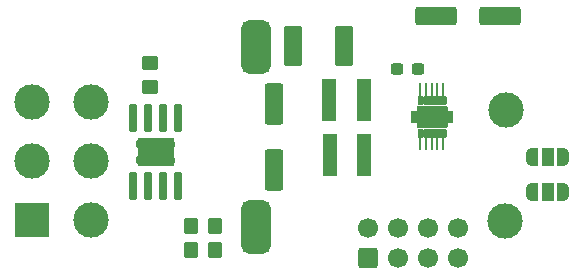
<source format=gbr>
%TF.GenerationSoftware,KiCad,Pcbnew,(6.0.9-0)*%
%TF.CreationDate,2022-12-01T16:18:30+01:00*%
%TF.ProjectId,Hlabs motor cotrol,486c6162-7320-46d6-9f74-6f7220636f74,rev?*%
%TF.SameCoordinates,Original*%
%TF.FileFunction,Soldermask,Top*%
%TF.FilePolarity,Negative*%
%FSLAX46Y46*%
G04 Gerber Fmt 4.6, Leading zero omitted, Abs format (unit mm)*
G04 Created by KiCad (PCBNEW (6.0.9-0)) date 2022-12-01 16:18:30*
%MOMM*%
%LPD*%
G01*
G04 APERTURE LIST*
G04 Aperture macros list*
%AMRoundRect*
0 Rectangle with rounded corners*
0 $1 Rounding radius*
0 $2 $3 $4 $5 $6 $7 $8 $9 X,Y pos of 4 corners*
0 Add a 4 corners polygon primitive as box body*
4,1,4,$2,$3,$4,$5,$6,$7,$8,$9,$2,$3,0*
0 Add four circle primitives for the rounded corners*
1,1,$1+$1,$2,$3*
1,1,$1+$1,$4,$5*
1,1,$1+$1,$6,$7*
1,1,$1+$1,$8,$9*
0 Add four rect primitives between the rounded corners*
20,1,$1+$1,$2,$3,$4,$5,0*
20,1,$1+$1,$4,$5,$6,$7,0*
20,1,$1+$1,$6,$7,$8,$9,0*
20,1,$1+$1,$8,$9,$2,$3,0*%
%AMFreePoly0*
4,1,22,0.550000,-0.750000,0.000000,-0.750000,0.000000,-0.745033,-0.079941,-0.743568,-0.215256,-0.701293,-0.333266,-0.622738,-0.424486,-0.514219,-0.481581,-0.384460,-0.499164,-0.250000,-0.500000,-0.250000,-0.500000,0.250000,-0.499164,0.250000,-0.499963,0.256109,-0.478152,0.396186,-0.417904,0.524511,-0.324060,0.630769,-0.204165,0.706417,-0.067858,0.745374,0.000000,0.744959,0.000000,0.750000,
0.550000,0.750000,0.550000,-0.750000,0.550000,-0.750000,$1*%
%AMFreePoly1*
4,1,20,0.000000,0.744959,0.073905,0.744508,0.209726,0.703889,0.328688,0.626782,0.421226,0.519385,0.479903,0.390333,0.500000,0.250000,0.500000,-0.250000,0.499851,-0.262216,0.476331,-0.402017,0.414519,-0.529596,0.319384,-0.634700,0.198574,-0.708877,0.061801,-0.746166,0.000000,-0.745033,0.000000,-0.750000,-0.550000,-0.750000,-0.550000,0.750000,0.000000,0.750000,0.000000,0.744959,
0.000000,0.744959,$1*%
G04 Aperture macros list end*
%ADD10C,0.010000*%
%ADD11C,0.100000*%
%ADD12RoundRect,0.250000X0.450000X-0.350000X0.450000X0.350000X-0.450000X0.350000X-0.450000X-0.350000X0*%
%ADD13FreePoly0,0.000000*%
%ADD14R,1.000000X1.500000*%
%ADD15FreePoly1,0.000000*%
%ADD16RoundRect,0.250000X0.537500X1.450000X-0.537500X1.450000X-0.537500X-1.450000X0.537500X-1.450000X0*%
%ADD17RoundRect,0.250000X-1.500000X-0.550000X1.500000X-0.550000X1.500000X0.550000X-1.500000X0.550000X0*%
%ADD18RoundRect,0.250000X-0.350000X-0.450000X0.350000X-0.450000X0.350000X0.450000X-0.350000X0.450000X0*%
%ADD19RoundRect,0.237500X0.300000X0.237500X-0.300000X0.237500X-0.300000X-0.237500X0.300000X-0.237500X0*%
%ADD20R,0.270000X1.399999*%
%ADD21C,0.508000*%
%ADD22RoundRect,0.250000X0.350000X0.450000X-0.350000X0.450000X-0.350000X-0.450000X0.350000X-0.450000X0*%
%ADD23RoundRect,0.250000X0.600000X-0.600000X0.600000X0.600000X-0.600000X0.600000X-0.600000X-0.600000X0*%
%ADD24C,1.700000*%
%ADD25R,3.100000X2.400000*%
%ADD26RoundRect,0.070000X0.250000X-1.100000X0.250000X1.100000X-0.250000X1.100000X-0.250000X-1.100000X0*%
%ADD27C,0.770000*%
%ADD28RoundRect,0.250000X-0.550000X1.500000X-0.550000X-1.500000X0.550000X-1.500000X0.550000X1.500000X0*%
%ADD29R,1.150000X3.600000*%
%ADD30R,3.000000X3.000000*%
%ADD31C,3.000000*%
%ADD32RoundRect,0.625000X-0.625000X1.625000X-0.625000X-1.625000X0.625000X-1.625000X0.625000X1.625000X0*%
G04 APERTURE END LIST*
%TO.C,REF\u002A\u002A*%
G36*
X112945937Y-126265483D02*
G01*
X112951937Y-126265483D01*
X112957937Y-126267483D01*
X112963937Y-126268483D01*
X112981937Y-126274483D01*
X112986937Y-126277483D01*
X112992937Y-126280483D01*
X112997937Y-126283483D01*
X113003937Y-126287483D01*
X113008937Y-126291483D01*
X113012937Y-126295483D01*
X113017937Y-126299483D01*
X113021937Y-126304483D01*
X113025937Y-126308483D01*
X113029937Y-126313483D01*
X113033937Y-126319483D01*
X113036937Y-126324483D01*
X113039937Y-126330483D01*
X113042937Y-126335483D01*
X113048937Y-126353483D01*
X113049937Y-126359483D01*
X113051937Y-126365483D01*
X113051937Y-126371483D01*
X113052937Y-126378483D01*
X113052937Y-126890483D01*
X113051937Y-126897483D01*
X113051937Y-126903483D01*
X113049937Y-126909483D01*
X113048937Y-126915483D01*
X113042937Y-126933483D01*
X113039937Y-126938483D01*
X113036937Y-126944483D01*
X113033937Y-126949483D01*
X113029937Y-126955483D01*
X113025937Y-126960483D01*
X113021937Y-126964483D01*
X113017937Y-126969483D01*
X113012937Y-126973483D01*
X113008937Y-126977483D01*
X113003937Y-126981483D01*
X112997937Y-126985483D01*
X112992937Y-126988483D01*
X112986937Y-126991483D01*
X112981937Y-126994483D01*
X112963937Y-127000483D01*
X112957937Y-127001483D01*
X112951937Y-127003483D01*
X112945937Y-127003483D01*
X112938937Y-127004483D01*
X112786937Y-127004483D01*
X112779937Y-127003483D01*
X112773937Y-127003483D01*
X112767937Y-127001483D01*
X112761937Y-127000483D01*
X112743937Y-126994483D01*
X112738937Y-126991483D01*
X112732937Y-126988483D01*
X112727937Y-126985483D01*
X112721937Y-126981483D01*
X112716937Y-126977483D01*
X112712937Y-126973483D01*
X112707937Y-126969483D01*
X112703937Y-126964483D01*
X112699937Y-126960483D01*
X112695937Y-126955483D01*
X112691937Y-126949483D01*
X112688937Y-126944483D01*
X112685937Y-126938483D01*
X112682937Y-126933483D01*
X112676937Y-126915483D01*
X112675937Y-126909483D01*
X112673937Y-126903483D01*
X112673937Y-126897483D01*
X112672937Y-126890483D01*
X112672937Y-126378483D01*
X112673937Y-126371483D01*
X112673937Y-126365483D01*
X112675937Y-126359483D01*
X112676937Y-126353483D01*
X112682937Y-126335483D01*
X112685937Y-126330483D01*
X112688937Y-126324483D01*
X112691937Y-126319483D01*
X112695937Y-126313483D01*
X112699937Y-126308483D01*
X112703937Y-126304483D01*
X112707937Y-126299483D01*
X112712937Y-126295483D01*
X112716937Y-126291483D01*
X112721937Y-126287483D01*
X112727937Y-126283483D01*
X112732937Y-126280483D01*
X112738937Y-126277483D01*
X112743937Y-126274483D01*
X112761937Y-126268483D01*
X112767937Y-126267483D01*
X112773937Y-126265483D01*
X112779937Y-126265483D01*
X112786937Y-126264483D01*
X112938937Y-126264483D01*
X112945937Y-126265483D01*
G37*
D10*
X112945937Y-126265483D02*
X112951937Y-126265483D01*
X112957937Y-126267483D01*
X112963937Y-126268483D01*
X112981937Y-126274483D01*
X112986937Y-126277483D01*
X112992937Y-126280483D01*
X112997937Y-126283483D01*
X113003937Y-126287483D01*
X113008937Y-126291483D01*
X113012937Y-126295483D01*
X113017937Y-126299483D01*
X113021937Y-126304483D01*
X113025937Y-126308483D01*
X113029937Y-126313483D01*
X113033937Y-126319483D01*
X113036937Y-126324483D01*
X113039937Y-126330483D01*
X113042937Y-126335483D01*
X113048937Y-126353483D01*
X113049937Y-126359483D01*
X113051937Y-126365483D01*
X113051937Y-126371483D01*
X113052937Y-126378483D01*
X113052937Y-126890483D01*
X113051937Y-126897483D01*
X113051937Y-126903483D01*
X113049937Y-126909483D01*
X113048937Y-126915483D01*
X113042937Y-126933483D01*
X113039937Y-126938483D01*
X113036937Y-126944483D01*
X113033937Y-126949483D01*
X113029937Y-126955483D01*
X113025937Y-126960483D01*
X113021937Y-126964483D01*
X113017937Y-126969483D01*
X113012937Y-126973483D01*
X113008937Y-126977483D01*
X113003937Y-126981483D01*
X112997937Y-126985483D01*
X112992937Y-126988483D01*
X112986937Y-126991483D01*
X112981937Y-126994483D01*
X112963937Y-127000483D01*
X112957937Y-127001483D01*
X112951937Y-127003483D01*
X112945937Y-127003483D01*
X112938937Y-127004483D01*
X112786937Y-127004483D01*
X112779937Y-127003483D01*
X112773937Y-127003483D01*
X112767937Y-127001483D01*
X112761937Y-127000483D01*
X112743937Y-126994483D01*
X112738937Y-126991483D01*
X112732937Y-126988483D01*
X112727937Y-126985483D01*
X112721937Y-126981483D01*
X112716937Y-126977483D01*
X112712937Y-126973483D01*
X112707937Y-126969483D01*
X112703937Y-126964483D01*
X112699937Y-126960483D01*
X112695937Y-126955483D01*
X112691937Y-126949483D01*
X112688937Y-126944483D01*
X112685937Y-126938483D01*
X112682937Y-126933483D01*
X112676937Y-126915483D01*
X112675937Y-126909483D01*
X112673937Y-126903483D01*
X112673937Y-126897483D01*
X112672937Y-126890483D01*
X112672937Y-126378483D01*
X112673937Y-126371483D01*
X112673937Y-126365483D01*
X112675937Y-126359483D01*
X112676937Y-126353483D01*
X112682937Y-126335483D01*
X112685937Y-126330483D01*
X112688937Y-126324483D01*
X112691937Y-126319483D01*
X112695937Y-126313483D01*
X112699937Y-126308483D01*
X112703937Y-126304483D01*
X112707937Y-126299483D01*
X112712937Y-126295483D01*
X112716937Y-126291483D01*
X112721937Y-126287483D01*
X112727937Y-126283483D01*
X112732937Y-126280483D01*
X112738937Y-126277483D01*
X112743937Y-126274483D01*
X112761937Y-126268483D01*
X112767937Y-126267483D01*
X112773937Y-126265483D01*
X112779937Y-126265483D01*
X112786937Y-126264483D01*
X112938937Y-126264483D01*
X112945937Y-126265483D01*
G36*
X113945937Y-126265483D02*
G01*
X113951937Y-126265483D01*
X113957937Y-126267483D01*
X113963937Y-126268483D01*
X113981937Y-126274483D01*
X113986937Y-126277483D01*
X113992937Y-126280483D01*
X113997937Y-126283483D01*
X114003937Y-126287483D01*
X114008937Y-126291483D01*
X114012937Y-126295483D01*
X114017937Y-126299483D01*
X114021937Y-126304483D01*
X114025937Y-126308483D01*
X114029937Y-126313483D01*
X114033937Y-126319483D01*
X114036937Y-126324483D01*
X114039937Y-126330483D01*
X114042937Y-126335483D01*
X114048937Y-126353483D01*
X114049937Y-126359483D01*
X114051937Y-126365483D01*
X114051937Y-126371483D01*
X114052937Y-126378483D01*
X114052937Y-126890483D01*
X114051937Y-126897483D01*
X114051937Y-126903483D01*
X114049937Y-126909483D01*
X114048937Y-126915483D01*
X114042937Y-126933483D01*
X114039937Y-126938483D01*
X114036937Y-126944483D01*
X114033937Y-126949483D01*
X114029937Y-126955483D01*
X114025937Y-126960483D01*
X114021937Y-126964483D01*
X114017937Y-126969483D01*
X114012937Y-126973483D01*
X114008937Y-126977483D01*
X114003937Y-126981483D01*
X113997937Y-126985483D01*
X113992937Y-126988483D01*
X113986937Y-126991483D01*
X113981937Y-126994483D01*
X113963937Y-127000483D01*
X113957937Y-127001483D01*
X113951937Y-127003483D01*
X113945937Y-127003483D01*
X113938937Y-127004483D01*
X113786937Y-127004483D01*
X113779937Y-127003483D01*
X113773937Y-127003483D01*
X113767937Y-127001483D01*
X113761937Y-127000483D01*
X113743937Y-126994483D01*
X113738937Y-126991483D01*
X113732937Y-126988483D01*
X113727937Y-126985483D01*
X113721937Y-126981483D01*
X113716937Y-126977483D01*
X113712937Y-126973483D01*
X113707937Y-126969483D01*
X113703937Y-126964483D01*
X113699937Y-126960483D01*
X113695937Y-126955483D01*
X113691937Y-126949483D01*
X113688937Y-126944483D01*
X113685937Y-126938483D01*
X113682937Y-126933483D01*
X113676937Y-126915483D01*
X113675937Y-126909483D01*
X113673937Y-126903483D01*
X113673937Y-126897483D01*
X113672937Y-126890483D01*
X113672937Y-126378483D01*
X113673937Y-126371483D01*
X113673937Y-126365483D01*
X113675937Y-126359483D01*
X113676937Y-126353483D01*
X113682937Y-126335483D01*
X113685937Y-126330483D01*
X113688937Y-126324483D01*
X113691937Y-126319483D01*
X113695937Y-126313483D01*
X113699937Y-126308483D01*
X113703937Y-126304483D01*
X113707937Y-126299483D01*
X113712937Y-126295483D01*
X113716937Y-126291483D01*
X113721937Y-126287483D01*
X113727937Y-126283483D01*
X113732937Y-126280483D01*
X113738937Y-126277483D01*
X113743937Y-126274483D01*
X113761937Y-126268483D01*
X113767937Y-126267483D01*
X113773937Y-126265483D01*
X113779937Y-126265483D01*
X113786937Y-126264483D01*
X113938937Y-126264483D01*
X113945937Y-126265483D01*
G37*
X113945937Y-126265483D02*
X113951937Y-126265483D01*
X113957937Y-126267483D01*
X113963937Y-126268483D01*
X113981937Y-126274483D01*
X113986937Y-126277483D01*
X113992937Y-126280483D01*
X113997937Y-126283483D01*
X114003937Y-126287483D01*
X114008937Y-126291483D01*
X114012937Y-126295483D01*
X114017937Y-126299483D01*
X114021937Y-126304483D01*
X114025937Y-126308483D01*
X114029937Y-126313483D01*
X114033937Y-126319483D01*
X114036937Y-126324483D01*
X114039937Y-126330483D01*
X114042937Y-126335483D01*
X114048937Y-126353483D01*
X114049937Y-126359483D01*
X114051937Y-126365483D01*
X114051937Y-126371483D01*
X114052937Y-126378483D01*
X114052937Y-126890483D01*
X114051937Y-126897483D01*
X114051937Y-126903483D01*
X114049937Y-126909483D01*
X114048937Y-126915483D01*
X114042937Y-126933483D01*
X114039937Y-126938483D01*
X114036937Y-126944483D01*
X114033937Y-126949483D01*
X114029937Y-126955483D01*
X114025937Y-126960483D01*
X114021937Y-126964483D01*
X114017937Y-126969483D01*
X114012937Y-126973483D01*
X114008937Y-126977483D01*
X114003937Y-126981483D01*
X113997937Y-126985483D01*
X113992937Y-126988483D01*
X113986937Y-126991483D01*
X113981937Y-126994483D01*
X113963937Y-127000483D01*
X113957937Y-127001483D01*
X113951937Y-127003483D01*
X113945937Y-127003483D01*
X113938937Y-127004483D01*
X113786937Y-127004483D01*
X113779937Y-127003483D01*
X113773937Y-127003483D01*
X113767937Y-127001483D01*
X113761937Y-127000483D01*
X113743937Y-126994483D01*
X113738937Y-126991483D01*
X113732937Y-126988483D01*
X113727937Y-126985483D01*
X113721937Y-126981483D01*
X113716937Y-126977483D01*
X113712937Y-126973483D01*
X113707937Y-126969483D01*
X113703937Y-126964483D01*
X113699937Y-126960483D01*
X113695937Y-126955483D01*
X113691937Y-126949483D01*
X113688937Y-126944483D01*
X113685937Y-126938483D01*
X113682937Y-126933483D01*
X113676937Y-126915483D01*
X113675937Y-126909483D01*
X113673937Y-126903483D01*
X113673937Y-126897483D01*
X113672937Y-126890483D01*
X113672937Y-126378483D01*
X113673937Y-126371483D01*
X113673937Y-126365483D01*
X113675937Y-126359483D01*
X113676937Y-126353483D01*
X113682937Y-126335483D01*
X113685937Y-126330483D01*
X113688937Y-126324483D01*
X113691937Y-126319483D01*
X113695937Y-126313483D01*
X113699937Y-126308483D01*
X113703937Y-126304483D01*
X113707937Y-126299483D01*
X113712937Y-126295483D01*
X113716937Y-126291483D01*
X113721937Y-126287483D01*
X113727937Y-126283483D01*
X113732937Y-126280483D01*
X113738937Y-126277483D01*
X113743937Y-126274483D01*
X113761937Y-126268483D01*
X113767937Y-126267483D01*
X113773937Y-126265483D01*
X113779937Y-126265483D01*
X113786937Y-126264483D01*
X113938937Y-126264483D01*
X113945937Y-126265483D01*
G36*
X114525937Y-124340483D02*
G01*
X114531937Y-124340483D01*
X114537937Y-124342483D01*
X114543937Y-124343483D01*
X114561937Y-124349483D01*
X114566937Y-124352483D01*
X114572937Y-124355483D01*
X114577937Y-124358483D01*
X114583937Y-124362483D01*
X114588937Y-124366483D01*
X114592937Y-124370483D01*
X114597937Y-124374483D01*
X114601937Y-124379483D01*
X114605937Y-124383483D01*
X114609937Y-124388483D01*
X114613937Y-124394483D01*
X114616937Y-124399483D01*
X114619937Y-124405483D01*
X114622937Y-124410483D01*
X114628937Y-124428483D01*
X114629937Y-124434483D01*
X114631937Y-124440483D01*
X114631937Y-124446483D01*
X114632937Y-124453483D01*
X114632937Y-124789483D01*
X115018937Y-124789483D01*
X115025937Y-124790483D01*
X115031937Y-124790483D01*
X115037937Y-124792483D01*
X115043937Y-124793483D01*
X115061937Y-124799483D01*
X115066937Y-124802483D01*
X115072937Y-124805483D01*
X115077937Y-124808483D01*
X115083937Y-124812483D01*
X115088937Y-124816483D01*
X115092937Y-124820483D01*
X115097937Y-124824483D01*
X115101937Y-124829483D01*
X115105937Y-124833483D01*
X115109937Y-124838483D01*
X115113937Y-124844483D01*
X115116937Y-124849483D01*
X115119937Y-124855483D01*
X115122937Y-124860483D01*
X115128937Y-124878483D01*
X115129937Y-124884483D01*
X115131937Y-124890483D01*
X115131937Y-124896483D01*
X115132937Y-124903483D01*
X115132937Y-125065483D01*
X115131937Y-125072483D01*
X115131937Y-125078483D01*
X115129937Y-125084483D01*
X115128937Y-125090483D01*
X115122937Y-125108483D01*
X115119937Y-125113483D01*
X115116937Y-125119483D01*
X115113937Y-125124483D01*
X115109937Y-125130483D01*
X115105937Y-125135483D01*
X115101937Y-125139483D01*
X115097937Y-125144483D01*
X115092937Y-125148483D01*
X115088937Y-125152483D01*
X115083937Y-125156483D01*
X115077937Y-125160483D01*
X115072937Y-125163483D01*
X115066937Y-125166483D01*
X115061937Y-125169483D01*
X115043937Y-125175483D01*
X115037937Y-125176483D01*
X115031937Y-125178483D01*
X115025937Y-125178483D01*
X115018937Y-125179483D01*
X114632937Y-125179483D01*
X114632937Y-125289483D01*
X115018937Y-125289483D01*
X115025937Y-125290483D01*
X115031937Y-125290483D01*
X115037937Y-125292483D01*
X115043937Y-125293483D01*
X115061937Y-125299483D01*
X115066937Y-125302483D01*
X115072937Y-125305483D01*
X115077937Y-125308483D01*
X115083937Y-125312483D01*
X115088937Y-125316483D01*
X115092937Y-125320483D01*
X115097937Y-125324483D01*
X115101937Y-125329483D01*
X115105937Y-125333483D01*
X115109937Y-125338483D01*
X115113937Y-125344483D01*
X115116937Y-125349483D01*
X115119937Y-125355483D01*
X115122937Y-125360483D01*
X115128937Y-125378483D01*
X115129937Y-125384483D01*
X115131937Y-125390483D01*
X115131937Y-125396483D01*
X115132937Y-125403483D01*
X115132937Y-125565483D01*
X115131937Y-125572483D01*
X115131937Y-125578483D01*
X115129937Y-125584483D01*
X115128937Y-125590483D01*
X115122937Y-125608483D01*
X115119937Y-125613483D01*
X115116937Y-125619483D01*
X115113937Y-125624483D01*
X115109937Y-125630483D01*
X115105937Y-125635483D01*
X115101937Y-125639483D01*
X115097937Y-125644483D01*
X115092937Y-125648483D01*
X115088937Y-125652483D01*
X115083937Y-125656483D01*
X115077937Y-125660483D01*
X115072937Y-125663483D01*
X115066937Y-125666483D01*
X115061937Y-125669483D01*
X115043937Y-125675483D01*
X115037937Y-125676483D01*
X115031937Y-125678483D01*
X115025937Y-125678483D01*
X115018937Y-125679483D01*
X114632937Y-125679483D01*
X114632937Y-126015483D01*
X114631937Y-126022483D01*
X114631937Y-126028483D01*
X114629937Y-126034483D01*
X114628937Y-126040483D01*
X114622937Y-126058483D01*
X114619937Y-126063483D01*
X114616937Y-126069483D01*
X114613937Y-126074483D01*
X114609937Y-126080483D01*
X114605937Y-126085483D01*
X114601937Y-126089483D01*
X114597937Y-126094483D01*
X114592937Y-126098483D01*
X114588937Y-126102483D01*
X114583937Y-126106483D01*
X114577937Y-126110483D01*
X114572937Y-126113483D01*
X114566937Y-126116483D01*
X114561937Y-126119483D01*
X114543937Y-126125483D01*
X114537937Y-126126483D01*
X114531937Y-126128483D01*
X114525937Y-126128483D01*
X114518937Y-126129483D01*
X112206937Y-126129483D01*
X112199937Y-126128483D01*
X112193937Y-126128483D01*
X112187937Y-126126483D01*
X112181937Y-126125483D01*
X112163937Y-126119483D01*
X112158937Y-126116483D01*
X112152937Y-126113483D01*
X112147937Y-126110483D01*
X112141937Y-126106483D01*
X112136937Y-126102483D01*
X112132937Y-126098483D01*
X112127937Y-126094483D01*
X112123937Y-126089483D01*
X112119937Y-126085483D01*
X112115937Y-126080483D01*
X112111937Y-126074483D01*
X112108937Y-126069483D01*
X112105937Y-126063483D01*
X112102937Y-126058483D01*
X112096937Y-126040483D01*
X112095937Y-126034483D01*
X112093937Y-126028483D01*
X112093937Y-126022483D01*
X112092937Y-126015483D01*
X112092937Y-125679483D01*
X111706937Y-125679483D01*
X111699937Y-125678483D01*
X111693937Y-125678483D01*
X111687937Y-125676483D01*
X111681937Y-125675483D01*
X111663937Y-125669483D01*
X111658937Y-125666483D01*
X111652937Y-125663483D01*
X111647937Y-125660483D01*
X111641937Y-125656483D01*
X111636937Y-125652483D01*
X111632937Y-125648483D01*
X111627937Y-125644483D01*
X111623937Y-125639483D01*
X111619937Y-125635483D01*
X111615937Y-125630483D01*
X111611937Y-125624483D01*
X111608937Y-125619483D01*
X111605937Y-125613483D01*
X111602937Y-125608483D01*
X111596937Y-125590483D01*
X111595937Y-125584483D01*
X111593937Y-125578483D01*
X111593937Y-125572483D01*
X111592937Y-125565483D01*
X111592937Y-125403483D01*
X111593937Y-125396483D01*
X111593937Y-125390483D01*
X111595937Y-125384483D01*
X111596937Y-125378483D01*
X111602937Y-125360483D01*
X111605937Y-125355483D01*
X111608937Y-125349483D01*
X111611937Y-125344483D01*
X111615937Y-125338483D01*
X111619937Y-125333483D01*
X111623937Y-125329483D01*
X111627937Y-125324483D01*
X111632937Y-125320483D01*
X111636937Y-125316483D01*
X111641937Y-125312483D01*
X111647937Y-125308483D01*
X111652937Y-125305483D01*
X111658937Y-125302483D01*
X111663937Y-125299483D01*
X111681937Y-125293483D01*
X111687937Y-125292483D01*
X111693937Y-125290483D01*
X111699937Y-125290483D01*
X111706937Y-125289483D01*
X112092937Y-125289483D01*
X112092937Y-125179483D01*
X111706937Y-125179483D01*
X111699937Y-125178483D01*
X111693937Y-125178483D01*
X111687937Y-125176483D01*
X111681937Y-125175483D01*
X111663937Y-125169483D01*
X111658937Y-125166483D01*
X111652937Y-125163483D01*
X111647937Y-125160483D01*
X111641937Y-125156483D01*
X111636937Y-125152483D01*
X111632937Y-125148483D01*
X111627937Y-125144483D01*
X111623937Y-125139483D01*
X111619937Y-125135483D01*
X111615937Y-125130483D01*
X111611937Y-125124483D01*
X111608937Y-125119483D01*
X111605937Y-125113483D01*
X111602937Y-125108483D01*
X111596937Y-125090483D01*
X111595937Y-125084483D01*
X111593937Y-125078483D01*
X111593937Y-125072483D01*
X111592937Y-125065483D01*
X111592937Y-124903483D01*
X111593937Y-124896483D01*
X111593937Y-124890483D01*
X111595937Y-124884483D01*
X111596937Y-124878483D01*
X111602937Y-124860483D01*
X111605937Y-124855483D01*
X111608937Y-124849483D01*
X111611937Y-124844483D01*
X111615937Y-124838483D01*
X111619937Y-124833483D01*
X111623937Y-124829483D01*
X111627937Y-124824483D01*
X111632937Y-124820483D01*
X111636937Y-124816483D01*
X111641937Y-124812483D01*
X111647937Y-124808483D01*
X111652937Y-124805483D01*
X111658937Y-124802483D01*
X111663937Y-124799483D01*
X111681937Y-124793483D01*
X111687937Y-124792483D01*
X111693937Y-124790483D01*
X111699937Y-124790483D01*
X111706937Y-124789483D01*
X112092937Y-124789483D01*
X112092937Y-124453483D01*
X112093937Y-124446483D01*
X112093937Y-124440483D01*
X112095937Y-124434483D01*
X112096937Y-124428483D01*
X112102937Y-124410483D01*
X112105937Y-124405483D01*
X112108937Y-124399483D01*
X112111937Y-124394483D01*
X112115937Y-124388483D01*
X112119937Y-124383483D01*
X112123937Y-124379483D01*
X112127937Y-124374483D01*
X112132937Y-124370483D01*
X112136937Y-124366483D01*
X112141937Y-124362483D01*
X112147937Y-124358483D01*
X112152937Y-124355483D01*
X112158937Y-124352483D01*
X112163937Y-124349483D01*
X112181937Y-124343483D01*
X112187937Y-124342483D01*
X112193937Y-124340483D01*
X112199937Y-124340483D01*
X112206937Y-124339483D01*
X114518937Y-124339483D01*
X114525937Y-124340483D01*
G37*
X114525937Y-124340483D02*
X114531937Y-124340483D01*
X114537937Y-124342483D01*
X114543937Y-124343483D01*
X114561937Y-124349483D01*
X114566937Y-124352483D01*
X114572937Y-124355483D01*
X114577937Y-124358483D01*
X114583937Y-124362483D01*
X114588937Y-124366483D01*
X114592937Y-124370483D01*
X114597937Y-124374483D01*
X114601937Y-124379483D01*
X114605937Y-124383483D01*
X114609937Y-124388483D01*
X114613937Y-124394483D01*
X114616937Y-124399483D01*
X114619937Y-124405483D01*
X114622937Y-124410483D01*
X114628937Y-124428483D01*
X114629937Y-124434483D01*
X114631937Y-124440483D01*
X114631937Y-124446483D01*
X114632937Y-124453483D01*
X114632937Y-124789483D01*
X115018937Y-124789483D01*
X115025937Y-124790483D01*
X115031937Y-124790483D01*
X115037937Y-124792483D01*
X115043937Y-124793483D01*
X115061937Y-124799483D01*
X115066937Y-124802483D01*
X115072937Y-124805483D01*
X115077937Y-124808483D01*
X115083937Y-124812483D01*
X115088937Y-124816483D01*
X115092937Y-124820483D01*
X115097937Y-124824483D01*
X115101937Y-124829483D01*
X115105937Y-124833483D01*
X115109937Y-124838483D01*
X115113937Y-124844483D01*
X115116937Y-124849483D01*
X115119937Y-124855483D01*
X115122937Y-124860483D01*
X115128937Y-124878483D01*
X115129937Y-124884483D01*
X115131937Y-124890483D01*
X115131937Y-124896483D01*
X115132937Y-124903483D01*
X115132937Y-125065483D01*
X115131937Y-125072483D01*
X115131937Y-125078483D01*
X115129937Y-125084483D01*
X115128937Y-125090483D01*
X115122937Y-125108483D01*
X115119937Y-125113483D01*
X115116937Y-125119483D01*
X115113937Y-125124483D01*
X115109937Y-125130483D01*
X115105937Y-125135483D01*
X115101937Y-125139483D01*
X115097937Y-125144483D01*
X115092937Y-125148483D01*
X115088937Y-125152483D01*
X115083937Y-125156483D01*
X115077937Y-125160483D01*
X115072937Y-125163483D01*
X115066937Y-125166483D01*
X115061937Y-125169483D01*
X115043937Y-125175483D01*
X115037937Y-125176483D01*
X115031937Y-125178483D01*
X115025937Y-125178483D01*
X115018937Y-125179483D01*
X114632937Y-125179483D01*
X114632937Y-125289483D01*
X115018937Y-125289483D01*
X115025937Y-125290483D01*
X115031937Y-125290483D01*
X115037937Y-125292483D01*
X115043937Y-125293483D01*
X115061937Y-125299483D01*
X115066937Y-125302483D01*
X115072937Y-125305483D01*
X115077937Y-125308483D01*
X115083937Y-125312483D01*
X115088937Y-125316483D01*
X115092937Y-125320483D01*
X115097937Y-125324483D01*
X115101937Y-125329483D01*
X115105937Y-125333483D01*
X115109937Y-125338483D01*
X115113937Y-125344483D01*
X115116937Y-125349483D01*
X115119937Y-125355483D01*
X115122937Y-125360483D01*
X115128937Y-125378483D01*
X115129937Y-125384483D01*
X115131937Y-125390483D01*
X115131937Y-125396483D01*
X115132937Y-125403483D01*
X115132937Y-125565483D01*
X115131937Y-125572483D01*
X115131937Y-125578483D01*
X115129937Y-125584483D01*
X115128937Y-125590483D01*
X115122937Y-125608483D01*
X115119937Y-125613483D01*
X115116937Y-125619483D01*
X115113937Y-125624483D01*
X115109937Y-125630483D01*
X115105937Y-125635483D01*
X115101937Y-125639483D01*
X115097937Y-125644483D01*
X115092937Y-125648483D01*
X115088937Y-125652483D01*
X115083937Y-125656483D01*
X115077937Y-125660483D01*
X115072937Y-125663483D01*
X115066937Y-125666483D01*
X115061937Y-125669483D01*
X115043937Y-125675483D01*
X115037937Y-125676483D01*
X115031937Y-125678483D01*
X115025937Y-125678483D01*
X115018937Y-125679483D01*
X114632937Y-125679483D01*
X114632937Y-126015483D01*
X114631937Y-126022483D01*
X114631937Y-126028483D01*
X114629937Y-126034483D01*
X114628937Y-126040483D01*
X114622937Y-126058483D01*
X114619937Y-126063483D01*
X114616937Y-126069483D01*
X114613937Y-126074483D01*
X114609937Y-126080483D01*
X114605937Y-126085483D01*
X114601937Y-126089483D01*
X114597937Y-126094483D01*
X114592937Y-126098483D01*
X114588937Y-126102483D01*
X114583937Y-126106483D01*
X114577937Y-126110483D01*
X114572937Y-126113483D01*
X114566937Y-126116483D01*
X114561937Y-126119483D01*
X114543937Y-126125483D01*
X114537937Y-126126483D01*
X114531937Y-126128483D01*
X114525937Y-126128483D01*
X114518937Y-126129483D01*
X112206937Y-126129483D01*
X112199937Y-126128483D01*
X112193937Y-126128483D01*
X112187937Y-126126483D01*
X112181937Y-126125483D01*
X112163937Y-126119483D01*
X112158937Y-126116483D01*
X112152937Y-126113483D01*
X112147937Y-126110483D01*
X112141937Y-126106483D01*
X112136937Y-126102483D01*
X112132937Y-126098483D01*
X112127937Y-126094483D01*
X112123937Y-126089483D01*
X112119937Y-126085483D01*
X112115937Y-126080483D01*
X112111937Y-126074483D01*
X112108937Y-126069483D01*
X112105937Y-126063483D01*
X112102937Y-126058483D01*
X112096937Y-126040483D01*
X112095937Y-126034483D01*
X112093937Y-126028483D01*
X112093937Y-126022483D01*
X112092937Y-126015483D01*
X112092937Y-125679483D01*
X111706937Y-125679483D01*
X111699937Y-125678483D01*
X111693937Y-125678483D01*
X111687937Y-125676483D01*
X111681937Y-125675483D01*
X111663937Y-125669483D01*
X111658937Y-125666483D01*
X111652937Y-125663483D01*
X111647937Y-125660483D01*
X111641937Y-125656483D01*
X111636937Y-125652483D01*
X111632937Y-125648483D01*
X111627937Y-125644483D01*
X111623937Y-125639483D01*
X111619937Y-125635483D01*
X111615937Y-125630483D01*
X111611937Y-125624483D01*
X111608937Y-125619483D01*
X111605937Y-125613483D01*
X111602937Y-125608483D01*
X111596937Y-125590483D01*
X111595937Y-125584483D01*
X111593937Y-125578483D01*
X111593937Y-125572483D01*
X111592937Y-125565483D01*
X111592937Y-125403483D01*
X111593937Y-125396483D01*
X111593937Y-125390483D01*
X111595937Y-125384483D01*
X111596937Y-125378483D01*
X111602937Y-125360483D01*
X111605937Y-125355483D01*
X111608937Y-125349483D01*
X111611937Y-125344483D01*
X111615937Y-125338483D01*
X111619937Y-125333483D01*
X111623937Y-125329483D01*
X111627937Y-125324483D01*
X111632937Y-125320483D01*
X111636937Y-125316483D01*
X111641937Y-125312483D01*
X111647937Y-125308483D01*
X111652937Y-125305483D01*
X111658937Y-125302483D01*
X111663937Y-125299483D01*
X111681937Y-125293483D01*
X111687937Y-125292483D01*
X111693937Y-125290483D01*
X111699937Y-125290483D01*
X111706937Y-125289483D01*
X112092937Y-125289483D01*
X112092937Y-125179483D01*
X111706937Y-125179483D01*
X111699937Y-125178483D01*
X111693937Y-125178483D01*
X111687937Y-125176483D01*
X111681937Y-125175483D01*
X111663937Y-125169483D01*
X111658937Y-125166483D01*
X111652937Y-125163483D01*
X111647937Y-125160483D01*
X111641937Y-125156483D01*
X111636937Y-125152483D01*
X111632937Y-125148483D01*
X111627937Y-125144483D01*
X111623937Y-125139483D01*
X111619937Y-125135483D01*
X111615937Y-125130483D01*
X111611937Y-125124483D01*
X111608937Y-125119483D01*
X111605937Y-125113483D01*
X111602937Y-125108483D01*
X111596937Y-125090483D01*
X111595937Y-125084483D01*
X111593937Y-125078483D01*
X111593937Y-125072483D01*
X111592937Y-125065483D01*
X111592937Y-124903483D01*
X111593937Y-124896483D01*
X111593937Y-124890483D01*
X111595937Y-124884483D01*
X111596937Y-124878483D01*
X111602937Y-124860483D01*
X111605937Y-124855483D01*
X111608937Y-124849483D01*
X111611937Y-124844483D01*
X111615937Y-124838483D01*
X111619937Y-124833483D01*
X111623937Y-124829483D01*
X111627937Y-124824483D01*
X111632937Y-124820483D01*
X111636937Y-124816483D01*
X111641937Y-124812483D01*
X111647937Y-124808483D01*
X111652937Y-124805483D01*
X111658937Y-124802483D01*
X111663937Y-124799483D01*
X111681937Y-124793483D01*
X111687937Y-124792483D01*
X111693937Y-124790483D01*
X111699937Y-124790483D01*
X111706937Y-124789483D01*
X112092937Y-124789483D01*
X112092937Y-124453483D01*
X112093937Y-124446483D01*
X112093937Y-124440483D01*
X112095937Y-124434483D01*
X112096937Y-124428483D01*
X112102937Y-124410483D01*
X112105937Y-124405483D01*
X112108937Y-124399483D01*
X112111937Y-124394483D01*
X112115937Y-124388483D01*
X112119937Y-124383483D01*
X112123937Y-124379483D01*
X112127937Y-124374483D01*
X112132937Y-124370483D01*
X112136937Y-124366483D01*
X112141937Y-124362483D01*
X112147937Y-124358483D01*
X112152937Y-124355483D01*
X112158937Y-124352483D01*
X112163937Y-124349483D01*
X112181937Y-124343483D01*
X112187937Y-124342483D01*
X112193937Y-124340483D01*
X112199937Y-124340483D01*
X112206937Y-124339483D01*
X114518937Y-124339483D01*
X114525937Y-124340483D01*
G36*
X112445937Y-123465483D02*
G01*
X112451937Y-123465483D01*
X112457937Y-123467483D01*
X112463937Y-123468483D01*
X112481937Y-123474483D01*
X112486937Y-123477483D01*
X112492937Y-123480483D01*
X112497937Y-123483483D01*
X112503937Y-123487483D01*
X112508937Y-123491483D01*
X112512937Y-123495483D01*
X112517937Y-123499483D01*
X112521937Y-123504483D01*
X112525937Y-123508483D01*
X112529937Y-123513483D01*
X112533937Y-123519483D01*
X112536937Y-123524483D01*
X112539937Y-123530483D01*
X112542937Y-123535483D01*
X112548937Y-123553483D01*
X112549937Y-123559483D01*
X112551937Y-123565483D01*
X112551937Y-123571483D01*
X112552937Y-123578483D01*
X112552937Y-124090483D01*
X112551937Y-124097483D01*
X112551937Y-124103483D01*
X112549937Y-124109483D01*
X112548937Y-124115483D01*
X112542937Y-124133483D01*
X112539937Y-124138483D01*
X112536937Y-124144483D01*
X112533937Y-124149483D01*
X112529937Y-124155483D01*
X112525937Y-124160483D01*
X112521937Y-124164483D01*
X112517937Y-124169483D01*
X112512937Y-124173483D01*
X112508937Y-124177483D01*
X112503937Y-124181483D01*
X112497937Y-124185483D01*
X112492937Y-124188483D01*
X112486937Y-124191483D01*
X112481937Y-124194483D01*
X112463937Y-124200483D01*
X112457937Y-124201483D01*
X112451937Y-124203483D01*
X112445937Y-124203483D01*
X112438937Y-124204483D01*
X112286937Y-124204483D01*
X112279937Y-124203483D01*
X112273937Y-124203483D01*
X112267937Y-124201483D01*
X112261937Y-124200483D01*
X112243937Y-124194483D01*
X112238937Y-124191483D01*
X112232937Y-124188483D01*
X112227937Y-124185483D01*
X112221937Y-124181483D01*
X112216937Y-124177483D01*
X112212937Y-124173483D01*
X112207937Y-124169483D01*
X112203937Y-124164483D01*
X112199937Y-124160483D01*
X112195937Y-124155483D01*
X112191937Y-124149483D01*
X112188937Y-124144483D01*
X112185937Y-124138483D01*
X112182937Y-124133483D01*
X112176937Y-124115483D01*
X112175937Y-124109483D01*
X112173937Y-124103483D01*
X112173937Y-124097483D01*
X112172937Y-124090483D01*
X112172937Y-123578483D01*
X112173937Y-123571483D01*
X112173937Y-123565483D01*
X112175937Y-123559483D01*
X112176937Y-123553483D01*
X112182937Y-123535483D01*
X112185937Y-123530483D01*
X112188937Y-123524483D01*
X112191937Y-123519483D01*
X112195937Y-123513483D01*
X112199937Y-123508483D01*
X112203937Y-123504483D01*
X112207937Y-123499483D01*
X112212937Y-123495483D01*
X112216937Y-123491483D01*
X112221937Y-123487483D01*
X112227937Y-123483483D01*
X112232937Y-123480483D01*
X112238937Y-123477483D01*
X112243937Y-123474483D01*
X112261937Y-123468483D01*
X112267937Y-123467483D01*
X112273937Y-123465483D01*
X112279937Y-123465483D01*
X112286937Y-123464483D01*
X112438937Y-123464483D01*
X112445937Y-123465483D01*
G37*
X112445937Y-123465483D02*
X112451937Y-123465483D01*
X112457937Y-123467483D01*
X112463937Y-123468483D01*
X112481937Y-123474483D01*
X112486937Y-123477483D01*
X112492937Y-123480483D01*
X112497937Y-123483483D01*
X112503937Y-123487483D01*
X112508937Y-123491483D01*
X112512937Y-123495483D01*
X112517937Y-123499483D01*
X112521937Y-123504483D01*
X112525937Y-123508483D01*
X112529937Y-123513483D01*
X112533937Y-123519483D01*
X112536937Y-123524483D01*
X112539937Y-123530483D01*
X112542937Y-123535483D01*
X112548937Y-123553483D01*
X112549937Y-123559483D01*
X112551937Y-123565483D01*
X112551937Y-123571483D01*
X112552937Y-123578483D01*
X112552937Y-124090483D01*
X112551937Y-124097483D01*
X112551937Y-124103483D01*
X112549937Y-124109483D01*
X112548937Y-124115483D01*
X112542937Y-124133483D01*
X112539937Y-124138483D01*
X112536937Y-124144483D01*
X112533937Y-124149483D01*
X112529937Y-124155483D01*
X112525937Y-124160483D01*
X112521937Y-124164483D01*
X112517937Y-124169483D01*
X112512937Y-124173483D01*
X112508937Y-124177483D01*
X112503937Y-124181483D01*
X112497937Y-124185483D01*
X112492937Y-124188483D01*
X112486937Y-124191483D01*
X112481937Y-124194483D01*
X112463937Y-124200483D01*
X112457937Y-124201483D01*
X112451937Y-124203483D01*
X112445937Y-124203483D01*
X112438937Y-124204483D01*
X112286937Y-124204483D01*
X112279937Y-124203483D01*
X112273937Y-124203483D01*
X112267937Y-124201483D01*
X112261937Y-124200483D01*
X112243937Y-124194483D01*
X112238937Y-124191483D01*
X112232937Y-124188483D01*
X112227937Y-124185483D01*
X112221937Y-124181483D01*
X112216937Y-124177483D01*
X112212937Y-124173483D01*
X112207937Y-124169483D01*
X112203937Y-124164483D01*
X112199937Y-124160483D01*
X112195937Y-124155483D01*
X112191937Y-124149483D01*
X112188937Y-124144483D01*
X112185937Y-124138483D01*
X112182937Y-124133483D01*
X112176937Y-124115483D01*
X112175937Y-124109483D01*
X112173937Y-124103483D01*
X112173937Y-124097483D01*
X112172937Y-124090483D01*
X112172937Y-123578483D01*
X112173937Y-123571483D01*
X112173937Y-123565483D01*
X112175937Y-123559483D01*
X112176937Y-123553483D01*
X112182937Y-123535483D01*
X112185937Y-123530483D01*
X112188937Y-123524483D01*
X112191937Y-123519483D01*
X112195937Y-123513483D01*
X112199937Y-123508483D01*
X112203937Y-123504483D01*
X112207937Y-123499483D01*
X112212937Y-123495483D01*
X112216937Y-123491483D01*
X112221937Y-123487483D01*
X112227937Y-123483483D01*
X112232937Y-123480483D01*
X112238937Y-123477483D01*
X112243937Y-123474483D01*
X112261937Y-123468483D01*
X112267937Y-123467483D01*
X112273937Y-123465483D01*
X112279937Y-123465483D01*
X112286937Y-123464483D01*
X112438937Y-123464483D01*
X112445937Y-123465483D01*
G36*
X113445937Y-123465483D02*
G01*
X113451937Y-123465483D01*
X113457937Y-123467483D01*
X113463937Y-123468483D01*
X113481937Y-123474483D01*
X113486937Y-123477483D01*
X113492937Y-123480483D01*
X113497937Y-123483483D01*
X113503937Y-123487483D01*
X113508937Y-123491483D01*
X113512937Y-123495483D01*
X113517937Y-123499483D01*
X113521937Y-123504483D01*
X113525937Y-123508483D01*
X113529937Y-123513483D01*
X113533937Y-123519483D01*
X113536937Y-123524483D01*
X113539937Y-123530483D01*
X113542937Y-123535483D01*
X113548937Y-123553483D01*
X113549937Y-123559483D01*
X113551937Y-123565483D01*
X113551937Y-123571483D01*
X113552937Y-123578483D01*
X113552937Y-124090483D01*
X113551937Y-124097483D01*
X113551937Y-124103483D01*
X113549937Y-124109483D01*
X113548937Y-124115483D01*
X113542937Y-124133483D01*
X113539937Y-124138483D01*
X113536937Y-124144483D01*
X113533937Y-124149483D01*
X113529937Y-124155483D01*
X113525937Y-124160483D01*
X113521937Y-124164483D01*
X113517937Y-124169483D01*
X113512937Y-124173483D01*
X113508937Y-124177483D01*
X113503937Y-124181483D01*
X113497937Y-124185483D01*
X113492937Y-124188483D01*
X113486937Y-124191483D01*
X113481937Y-124194483D01*
X113463937Y-124200483D01*
X113457937Y-124201483D01*
X113451937Y-124203483D01*
X113445937Y-124203483D01*
X113438937Y-124204483D01*
X113286937Y-124204483D01*
X113279937Y-124203483D01*
X113273937Y-124203483D01*
X113267937Y-124201483D01*
X113261937Y-124200483D01*
X113243937Y-124194483D01*
X113238937Y-124191483D01*
X113232937Y-124188483D01*
X113227937Y-124185483D01*
X113221937Y-124181483D01*
X113216937Y-124177483D01*
X113212937Y-124173483D01*
X113207937Y-124169483D01*
X113203937Y-124164483D01*
X113199937Y-124160483D01*
X113195937Y-124155483D01*
X113191937Y-124149483D01*
X113188937Y-124144483D01*
X113185937Y-124138483D01*
X113182937Y-124133483D01*
X113176937Y-124115483D01*
X113175937Y-124109483D01*
X113173937Y-124103483D01*
X113173937Y-124097483D01*
X113172937Y-124090483D01*
X113172937Y-123578483D01*
X113173937Y-123571483D01*
X113173937Y-123565483D01*
X113175937Y-123559483D01*
X113176937Y-123553483D01*
X113182937Y-123535483D01*
X113185937Y-123530483D01*
X113188937Y-123524483D01*
X113191937Y-123519483D01*
X113195937Y-123513483D01*
X113199937Y-123508483D01*
X113203937Y-123504483D01*
X113207937Y-123499483D01*
X113212937Y-123495483D01*
X113216937Y-123491483D01*
X113221937Y-123487483D01*
X113227937Y-123483483D01*
X113232937Y-123480483D01*
X113238937Y-123477483D01*
X113243937Y-123474483D01*
X113261937Y-123468483D01*
X113267937Y-123467483D01*
X113273937Y-123465483D01*
X113279937Y-123465483D01*
X113286937Y-123464483D01*
X113438937Y-123464483D01*
X113445937Y-123465483D01*
G37*
X113445937Y-123465483D02*
X113451937Y-123465483D01*
X113457937Y-123467483D01*
X113463937Y-123468483D01*
X113481937Y-123474483D01*
X113486937Y-123477483D01*
X113492937Y-123480483D01*
X113497937Y-123483483D01*
X113503937Y-123487483D01*
X113508937Y-123491483D01*
X113512937Y-123495483D01*
X113517937Y-123499483D01*
X113521937Y-123504483D01*
X113525937Y-123508483D01*
X113529937Y-123513483D01*
X113533937Y-123519483D01*
X113536937Y-123524483D01*
X113539937Y-123530483D01*
X113542937Y-123535483D01*
X113548937Y-123553483D01*
X113549937Y-123559483D01*
X113551937Y-123565483D01*
X113551937Y-123571483D01*
X113552937Y-123578483D01*
X113552937Y-124090483D01*
X113551937Y-124097483D01*
X113551937Y-124103483D01*
X113549937Y-124109483D01*
X113548937Y-124115483D01*
X113542937Y-124133483D01*
X113539937Y-124138483D01*
X113536937Y-124144483D01*
X113533937Y-124149483D01*
X113529937Y-124155483D01*
X113525937Y-124160483D01*
X113521937Y-124164483D01*
X113517937Y-124169483D01*
X113512937Y-124173483D01*
X113508937Y-124177483D01*
X113503937Y-124181483D01*
X113497937Y-124185483D01*
X113492937Y-124188483D01*
X113486937Y-124191483D01*
X113481937Y-124194483D01*
X113463937Y-124200483D01*
X113457937Y-124201483D01*
X113451937Y-124203483D01*
X113445937Y-124203483D01*
X113438937Y-124204483D01*
X113286937Y-124204483D01*
X113279937Y-124203483D01*
X113273937Y-124203483D01*
X113267937Y-124201483D01*
X113261937Y-124200483D01*
X113243937Y-124194483D01*
X113238937Y-124191483D01*
X113232937Y-124188483D01*
X113227937Y-124185483D01*
X113221937Y-124181483D01*
X113216937Y-124177483D01*
X113212937Y-124173483D01*
X113207937Y-124169483D01*
X113203937Y-124164483D01*
X113199937Y-124160483D01*
X113195937Y-124155483D01*
X113191937Y-124149483D01*
X113188937Y-124144483D01*
X113185937Y-124138483D01*
X113182937Y-124133483D01*
X113176937Y-124115483D01*
X113175937Y-124109483D01*
X113173937Y-124103483D01*
X113173937Y-124097483D01*
X113172937Y-124090483D01*
X113172937Y-123578483D01*
X113173937Y-123571483D01*
X113173937Y-123565483D01*
X113175937Y-123559483D01*
X113176937Y-123553483D01*
X113182937Y-123535483D01*
X113185937Y-123530483D01*
X113188937Y-123524483D01*
X113191937Y-123519483D01*
X113195937Y-123513483D01*
X113199937Y-123508483D01*
X113203937Y-123504483D01*
X113207937Y-123499483D01*
X113212937Y-123495483D01*
X113216937Y-123491483D01*
X113221937Y-123487483D01*
X113227937Y-123483483D01*
X113232937Y-123480483D01*
X113238937Y-123477483D01*
X113243937Y-123474483D01*
X113261937Y-123468483D01*
X113267937Y-123467483D01*
X113273937Y-123465483D01*
X113279937Y-123465483D01*
X113286937Y-123464483D01*
X113438937Y-123464483D01*
X113445937Y-123465483D01*
G36*
X113445937Y-126265483D02*
G01*
X113451937Y-126265483D01*
X113457937Y-126267483D01*
X113463937Y-126268483D01*
X113481937Y-126274483D01*
X113486937Y-126277483D01*
X113492937Y-126280483D01*
X113497937Y-126283483D01*
X113503937Y-126287483D01*
X113508937Y-126291483D01*
X113512937Y-126295483D01*
X113517937Y-126299483D01*
X113521937Y-126304483D01*
X113525937Y-126308483D01*
X113529937Y-126313483D01*
X113533937Y-126319483D01*
X113536937Y-126324483D01*
X113539937Y-126330483D01*
X113542937Y-126335483D01*
X113548937Y-126353483D01*
X113549937Y-126359483D01*
X113551937Y-126365483D01*
X113551937Y-126371483D01*
X113552937Y-126378483D01*
X113552937Y-126890483D01*
X113551937Y-126897483D01*
X113551937Y-126903483D01*
X113549937Y-126909483D01*
X113548937Y-126915483D01*
X113542937Y-126933483D01*
X113539937Y-126938483D01*
X113536937Y-126944483D01*
X113533937Y-126949483D01*
X113529937Y-126955483D01*
X113525937Y-126960483D01*
X113521937Y-126964483D01*
X113517937Y-126969483D01*
X113512937Y-126973483D01*
X113508937Y-126977483D01*
X113503937Y-126981483D01*
X113497937Y-126985483D01*
X113492937Y-126988483D01*
X113486937Y-126991483D01*
X113481937Y-126994483D01*
X113463937Y-127000483D01*
X113457937Y-127001483D01*
X113451937Y-127003483D01*
X113445937Y-127003483D01*
X113438937Y-127004483D01*
X113286937Y-127004483D01*
X113279937Y-127003483D01*
X113273937Y-127003483D01*
X113267937Y-127001483D01*
X113261937Y-127000483D01*
X113243937Y-126994483D01*
X113238937Y-126991483D01*
X113232937Y-126988483D01*
X113227937Y-126985483D01*
X113221937Y-126981483D01*
X113216937Y-126977483D01*
X113212937Y-126973483D01*
X113207937Y-126969483D01*
X113203937Y-126964483D01*
X113199937Y-126960483D01*
X113195937Y-126955483D01*
X113191937Y-126949483D01*
X113188937Y-126944483D01*
X113185937Y-126938483D01*
X113182937Y-126933483D01*
X113176937Y-126915483D01*
X113175937Y-126909483D01*
X113173937Y-126903483D01*
X113173937Y-126897483D01*
X113172937Y-126890483D01*
X113172937Y-126378483D01*
X113173937Y-126371483D01*
X113173937Y-126365483D01*
X113175937Y-126359483D01*
X113176937Y-126353483D01*
X113182937Y-126335483D01*
X113185937Y-126330483D01*
X113188937Y-126324483D01*
X113191937Y-126319483D01*
X113195937Y-126313483D01*
X113199937Y-126308483D01*
X113203937Y-126304483D01*
X113207937Y-126299483D01*
X113212937Y-126295483D01*
X113216937Y-126291483D01*
X113221937Y-126287483D01*
X113227937Y-126283483D01*
X113232937Y-126280483D01*
X113238937Y-126277483D01*
X113243937Y-126274483D01*
X113261937Y-126268483D01*
X113267937Y-126267483D01*
X113273937Y-126265483D01*
X113279937Y-126265483D01*
X113286937Y-126264483D01*
X113438937Y-126264483D01*
X113445937Y-126265483D01*
G37*
X113445937Y-126265483D02*
X113451937Y-126265483D01*
X113457937Y-126267483D01*
X113463937Y-126268483D01*
X113481937Y-126274483D01*
X113486937Y-126277483D01*
X113492937Y-126280483D01*
X113497937Y-126283483D01*
X113503937Y-126287483D01*
X113508937Y-126291483D01*
X113512937Y-126295483D01*
X113517937Y-126299483D01*
X113521937Y-126304483D01*
X113525937Y-126308483D01*
X113529937Y-126313483D01*
X113533937Y-126319483D01*
X113536937Y-126324483D01*
X113539937Y-126330483D01*
X113542937Y-126335483D01*
X113548937Y-126353483D01*
X113549937Y-126359483D01*
X113551937Y-126365483D01*
X113551937Y-126371483D01*
X113552937Y-126378483D01*
X113552937Y-126890483D01*
X113551937Y-126897483D01*
X113551937Y-126903483D01*
X113549937Y-126909483D01*
X113548937Y-126915483D01*
X113542937Y-126933483D01*
X113539937Y-126938483D01*
X113536937Y-126944483D01*
X113533937Y-126949483D01*
X113529937Y-126955483D01*
X113525937Y-126960483D01*
X113521937Y-126964483D01*
X113517937Y-126969483D01*
X113512937Y-126973483D01*
X113508937Y-126977483D01*
X113503937Y-126981483D01*
X113497937Y-126985483D01*
X113492937Y-126988483D01*
X113486937Y-126991483D01*
X113481937Y-126994483D01*
X113463937Y-127000483D01*
X113457937Y-127001483D01*
X113451937Y-127003483D01*
X113445937Y-127003483D01*
X113438937Y-127004483D01*
X113286937Y-127004483D01*
X113279937Y-127003483D01*
X113273937Y-127003483D01*
X113267937Y-127001483D01*
X113261937Y-127000483D01*
X113243937Y-126994483D01*
X113238937Y-126991483D01*
X113232937Y-126988483D01*
X113227937Y-126985483D01*
X113221937Y-126981483D01*
X113216937Y-126977483D01*
X113212937Y-126973483D01*
X113207937Y-126969483D01*
X113203937Y-126964483D01*
X113199937Y-126960483D01*
X113195937Y-126955483D01*
X113191937Y-126949483D01*
X113188937Y-126944483D01*
X113185937Y-126938483D01*
X113182937Y-126933483D01*
X113176937Y-126915483D01*
X113175937Y-126909483D01*
X113173937Y-126903483D01*
X113173937Y-126897483D01*
X113172937Y-126890483D01*
X113172937Y-126378483D01*
X113173937Y-126371483D01*
X113173937Y-126365483D01*
X113175937Y-126359483D01*
X113176937Y-126353483D01*
X113182937Y-126335483D01*
X113185937Y-126330483D01*
X113188937Y-126324483D01*
X113191937Y-126319483D01*
X113195937Y-126313483D01*
X113199937Y-126308483D01*
X113203937Y-126304483D01*
X113207937Y-126299483D01*
X113212937Y-126295483D01*
X113216937Y-126291483D01*
X113221937Y-126287483D01*
X113227937Y-126283483D01*
X113232937Y-126280483D01*
X113238937Y-126277483D01*
X113243937Y-126274483D01*
X113261937Y-126268483D01*
X113267937Y-126267483D01*
X113273937Y-126265483D01*
X113279937Y-126265483D01*
X113286937Y-126264483D01*
X113438937Y-126264483D01*
X113445937Y-126265483D01*
G36*
X114445937Y-123465483D02*
G01*
X114451937Y-123465483D01*
X114457937Y-123467483D01*
X114463937Y-123468483D01*
X114481937Y-123474483D01*
X114486937Y-123477483D01*
X114492937Y-123480483D01*
X114497937Y-123483483D01*
X114503937Y-123487483D01*
X114508937Y-123491483D01*
X114512937Y-123495483D01*
X114517937Y-123499483D01*
X114521937Y-123504483D01*
X114525937Y-123508483D01*
X114529937Y-123513483D01*
X114533937Y-123519483D01*
X114536937Y-123524483D01*
X114539937Y-123530483D01*
X114542937Y-123535483D01*
X114548937Y-123553483D01*
X114549937Y-123559483D01*
X114551937Y-123565483D01*
X114551937Y-123571483D01*
X114552937Y-123578483D01*
X114552937Y-124090483D01*
X114551937Y-124097483D01*
X114551937Y-124103483D01*
X114549937Y-124109483D01*
X114548937Y-124115483D01*
X114542937Y-124133483D01*
X114539937Y-124138483D01*
X114536937Y-124144483D01*
X114533937Y-124149483D01*
X114529937Y-124155483D01*
X114525937Y-124160483D01*
X114521937Y-124164483D01*
X114517937Y-124169483D01*
X114512937Y-124173483D01*
X114508937Y-124177483D01*
X114503937Y-124181483D01*
X114497937Y-124185483D01*
X114492937Y-124188483D01*
X114486937Y-124191483D01*
X114481937Y-124194483D01*
X114463937Y-124200483D01*
X114457937Y-124201483D01*
X114451937Y-124203483D01*
X114445937Y-124203483D01*
X114438937Y-124204483D01*
X114286937Y-124204483D01*
X114279937Y-124203483D01*
X114273937Y-124203483D01*
X114267937Y-124201483D01*
X114261937Y-124200483D01*
X114243937Y-124194483D01*
X114238937Y-124191483D01*
X114232937Y-124188483D01*
X114227937Y-124185483D01*
X114221937Y-124181483D01*
X114216937Y-124177483D01*
X114212937Y-124173483D01*
X114207937Y-124169483D01*
X114203937Y-124164483D01*
X114199937Y-124160483D01*
X114195937Y-124155483D01*
X114191937Y-124149483D01*
X114188937Y-124144483D01*
X114185937Y-124138483D01*
X114182937Y-124133483D01*
X114176937Y-124115483D01*
X114175937Y-124109483D01*
X114173937Y-124103483D01*
X114173937Y-124097483D01*
X114172937Y-124090483D01*
X114172937Y-123578483D01*
X114173937Y-123571483D01*
X114173937Y-123565483D01*
X114175937Y-123559483D01*
X114176937Y-123553483D01*
X114182937Y-123535483D01*
X114185937Y-123530483D01*
X114188937Y-123524483D01*
X114191937Y-123519483D01*
X114195937Y-123513483D01*
X114199937Y-123508483D01*
X114203937Y-123504483D01*
X114207937Y-123499483D01*
X114212937Y-123495483D01*
X114216937Y-123491483D01*
X114221937Y-123487483D01*
X114227937Y-123483483D01*
X114232937Y-123480483D01*
X114238937Y-123477483D01*
X114243937Y-123474483D01*
X114261937Y-123468483D01*
X114267937Y-123467483D01*
X114273937Y-123465483D01*
X114279937Y-123465483D01*
X114286937Y-123464483D01*
X114438937Y-123464483D01*
X114445937Y-123465483D01*
G37*
X114445937Y-123465483D02*
X114451937Y-123465483D01*
X114457937Y-123467483D01*
X114463937Y-123468483D01*
X114481937Y-123474483D01*
X114486937Y-123477483D01*
X114492937Y-123480483D01*
X114497937Y-123483483D01*
X114503937Y-123487483D01*
X114508937Y-123491483D01*
X114512937Y-123495483D01*
X114517937Y-123499483D01*
X114521937Y-123504483D01*
X114525937Y-123508483D01*
X114529937Y-123513483D01*
X114533937Y-123519483D01*
X114536937Y-123524483D01*
X114539937Y-123530483D01*
X114542937Y-123535483D01*
X114548937Y-123553483D01*
X114549937Y-123559483D01*
X114551937Y-123565483D01*
X114551937Y-123571483D01*
X114552937Y-123578483D01*
X114552937Y-124090483D01*
X114551937Y-124097483D01*
X114551937Y-124103483D01*
X114549937Y-124109483D01*
X114548937Y-124115483D01*
X114542937Y-124133483D01*
X114539937Y-124138483D01*
X114536937Y-124144483D01*
X114533937Y-124149483D01*
X114529937Y-124155483D01*
X114525937Y-124160483D01*
X114521937Y-124164483D01*
X114517937Y-124169483D01*
X114512937Y-124173483D01*
X114508937Y-124177483D01*
X114503937Y-124181483D01*
X114497937Y-124185483D01*
X114492937Y-124188483D01*
X114486937Y-124191483D01*
X114481937Y-124194483D01*
X114463937Y-124200483D01*
X114457937Y-124201483D01*
X114451937Y-124203483D01*
X114445937Y-124203483D01*
X114438937Y-124204483D01*
X114286937Y-124204483D01*
X114279937Y-124203483D01*
X114273937Y-124203483D01*
X114267937Y-124201483D01*
X114261937Y-124200483D01*
X114243937Y-124194483D01*
X114238937Y-124191483D01*
X114232937Y-124188483D01*
X114227937Y-124185483D01*
X114221937Y-124181483D01*
X114216937Y-124177483D01*
X114212937Y-124173483D01*
X114207937Y-124169483D01*
X114203937Y-124164483D01*
X114199937Y-124160483D01*
X114195937Y-124155483D01*
X114191937Y-124149483D01*
X114188937Y-124144483D01*
X114185937Y-124138483D01*
X114182937Y-124133483D01*
X114176937Y-124115483D01*
X114175937Y-124109483D01*
X114173937Y-124103483D01*
X114173937Y-124097483D01*
X114172937Y-124090483D01*
X114172937Y-123578483D01*
X114173937Y-123571483D01*
X114173937Y-123565483D01*
X114175937Y-123559483D01*
X114176937Y-123553483D01*
X114182937Y-123535483D01*
X114185937Y-123530483D01*
X114188937Y-123524483D01*
X114191937Y-123519483D01*
X114195937Y-123513483D01*
X114199937Y-123508483D01*
X114203937Y-123504483D01*
X114207937Y-123499483D01*
X114212937Y-123495483D01*
X114216937Y-123491483D01*
X114221937Y-123487483D01*
X114227937Y-123483483D01*
X114232937Y-123480483D01*
X114238937Y-123477483D01*
X114243937Y-123474483D01*
X114261937Y-123468483D01*
X114267937Y-123467483D01*
X114273937Y-123465483D01*
X114279937Y-123465483D01*
X114286937Y-123464483D01*
X114438937Y-123464483D01*
X114445937Y-123465483D01*
G36*
X114445937Y-126265483D02*
G01*
X114451937Y-126265483D01*
X114457937Y-126267483D01*
X114463937Y-126268483D01*
X114481937Y-126274483D01*
X114486937Y-126277483D01*
X114492937Y-126280483D01*
X114497937Y-126283483D01*
X114503937Y-126287483D01*
X114508937Y-126291483D01*
X114512937Y-126295483D01*
X114517937Y-126299483D01*
X114521937Y-126304483D01*
X114525937Y-126308483D01*
X114529937Y-126313483D01*
X114533937Y-126319483D01*
X114536937Y-126324483D01*
X114539937Y-126330483D01*
X114542937Y-126335483D01*
X114548937Y-126353483D01*
X114549937Y-126359483D01*
X114551937Y-126365483D01*
X114551937Y-126371483D01*
X114552937Y-126378483D01*
X114552937Y-126890483D01*
X114551937Y-126897483D01*
X114551937Y-126903483D01*
X114549937Y-126909483D01*
X114548937Y-126915483D01*
X114542937Y-126933483D01*
X114539937Y-126938483D01*
X114536937Y-126944483D01*
X114533937Y-126949483D01*
X114529937Y-126955483D01*
X114525937Y-126960483D01*
X114521937Y-126964483D01*
X114517937Y-126969483D01*
X114512937Y-126973483D01*
X114508937Y-126977483D01*
X114503937Y-126981483D01*
X114497937Y-126985483D01*
X114492937Y-126988483D01*
X114486937Y-126991483D01*
X114481937Y-126994483D01*
X114463937Y-127000483D01*
X114457937Y-127001483D01*
X114451937Y-127003483D01*
X114445937Y-127003483D01*
X114438937Y-127004483D01*
X114286937Y-127004483D01*
X114279937Y-127003483D01*
X114273937Y-127003483D01*
X114267937Y-127001483D01*
X114261937Y-127000483D01*
X114243937Y-126994483D01*
X114238937Y-126991483D01*
X114232937Y-126988483D01*
X114227937Y-126985483D01*
X114221937Y-126981483D01*
X114216937Y-126977483D01*
X114212937Y-126973483D01*
X114207937Y-126969483D01*
X114203937Y-126964483D01*
X114199937Y-126960483D01*
X114195937Y-126955483D01*
X114191937Y-126949483D01*
X114188937Y-126944483D01*
X114185937Y-126938483D01*
X114182937Y-126933483D01*
X114176937Y-126915483D01*
X114175937Y-126909483D01*
X114173937Y-126903483D01*
X114173937Y-126897483D01*
X114172937Y-126890483D01*
X114172937Y-126378483D01*
X114173937Y-126371483D01*
X114173937Y-126365483D01*
X114175937Y-126359483D01*
X114176937Y-126353483D01*
X114182937Y-126335483D01*
X114185937Y-126330483D01*
X114188937Y-126324483D01*
X114191937Y-126319483D01*
X114195937Y-126313483D01*
X114199937Y-126308483D01*
X114203937Y-126304483D01*
X114207937Y-126299483D01*
X114212937Y-126295483D01*
X114216937Y-126291483D01*
X114221937Y-126287483D01*
X114227937Y-126283483D01*
X114232937Y-126280483D01*
X114238937Y-126277483D01*
X114243937Y-126274483D01*
X114261937Y-126268483D01*
X114267937Y-126267483D01*
X114273937Y-126265483D01*
X114279937Y-126265483D01*
X114286937Y-126264483D01*
X114438937Y-126264483D01*
X114445937Y-126265483D01*
G37*
X114445937Y-126265483D02*
X114451937Y-126265483D01*
X114457937Y-126267483D01*
X114463937Y-126268483D01*
X114481937Y-126274483D01*
X114486937Y-126277483D01*
X114492937Y-126280483D01*
X114497937Y-126283483D01*
X114503937Y-126287483D01*
X114508937Y-126291483D01*
X114512937Y-126295483D01*
X114517937Y-126299483D01*
X114521937Y-126304483D01*
X114525937Y-126308483D01*
X114529937Y-126313483D01*
X114533937Y-126319483D01*
X114536937Y-126324483D01*
X114539937Y-126330483D01*
X114542937Y-126335483D01*
X114548937Y-126353483D01*
X114549937Y-126359483D01*
X114551937Y-126365483D01*
X114551937Y-126371483D01*
X114552937Y-126378483D01*
X114552937Y-126890483D01*
X114551937Y-126897483D01*
X114551937Y-126903483D01*
X114549937Y-126909483D01*
X114548937Y-126915483D01*
X114542937Y-126933483D01*
X114539937Y-126938483D01*
X114536937Y-126944483D01*
X114533937Y-126949483D01*
X114529937Y-126955483D01*
X114525937Y-126960483D01*
X114521937Y-126964483D01*
X114517937Y-126969483D01*
X114512937Y-126973483D01*
X114508937Y-126977483D01*
X114503937Y-126981483D01*
X114497937Y-126985483D01*
X114492937Y-126988483D01*
X114486937Y-126991483D01*
X114481937Y-126994483D01*
X114463937Y-127000483D01*
X114457937Y-127001483D01*
X114451937Y-127003483D01*
X114445937Y-127003483D01*
X114438937Y-127004483D01*
X114286937Y-127004483D01*
X114279937Y-127003483D01*
X114273937Y-127003483D01*
X114267937Y-127001483D01*
X114261937Y-127000483D01*
X114243937Y-126994483D01*
X114238937Y-126991483D01*
X114232937Y-126988483D01*
X114227937Y-126985483D01*
X114221937Y-126981483D01*
X114216937Y-126977483D01*
X114212937Y-126973483D01*
X114207937Y-126969483D01*
X114203937Y-126964483D01*
X114199937Y-126960483D01*
X114195937Y-126955483D01*
X114191937Y-126949483D01*
X114188937Y-126944483D01*
X114185937Y-126938483D01*
X114182937Y-126933483D01*
X114176937Y-126915483D01*
X114175937Y-126909483D01*
X114173937Y-126903483D01*
X114173937Y-126897483D01*
X114172937Y-126890483D01*
X114172937Y-126378483D01*
X114173937Y-126371483D01*
X114173937Y-126365483D01*
X114175937Y-126359483D01*
X114176937Y-126353483D01*
X114182937Y-126335483D01*
X114185937Y-126330483D01*
X114188937Y-126324483D01*
X114191937Y-126319483D01*
X114195937Y-126313483D01*
X114199937Y-126308483D01*
X114203937Y-126304483D01*
X114207937Y-126299483D01*
X114212937Y-126295483D01*
X114216937Y-126291483D01*
X114221937Y-126287483D01*
X114227937Y-126283483D01*
X114232937Y-126280483D01*
X114238937Y-126277483D01*
X114243937Y-126274483D01*
X114261937Y-126268483D01*
X114267937Y-126267483D01*
X114273937Y-126265483D01*
X114279937Y-126265483D01*
X114286937Y-126264483D01*
X114438937Y-126264483D01*
X114445937Y-126265483D01*
G36*
X113945937Y-123465483D02*
G01*
X113951937Y-123465483D01*
X113957937Y-123467483D01*
X113963937Y-123468483D01*
X113981937Y-123474483D01*
X113986937Y-123477483D01*
X113992937Y-123480483D01*
X113997937Y-123483483D01*
X114003937Y-123487483D01*
X114008937Y-123491483D01*
X114012937Y-123495483D01*
X114017937Y-123499483D01*
X114021937Y-123504483D01*
X114025937Y-123508483D01*
X114029937Y-123513483D01*
X114033937Y-123519483D01*
X114036937Y-123524483D01*
X114039937Y-123530483D01*
X114042937Y-123535483D01*
X114048937Y-123553483D01*
X114049937Y-123559483D01*
X114051937Y-123565483D01*
X114051937Y-123571483D01*
X114052937Y-123578483D01*
X114052937Y-124090483D01*
X114051937Y-124097483D01*
X114051937Y-124103483D01*
X114049937Y-124109483D01*
X114048937Y-124115483D01*
X114042937Y-124133483D01*
X114039937Y-124138483D01*
X114036937Y-124144483D01*
X114033937Y-124149483D01*
X114029937Y-124155483D01*
X114025937Y-124160483D01*
X114021937Y-124164483D01*
X114017937Y-124169483D01*
X114012937Y-124173483D01*
X114008937Y-124177483D01*
X114003937Y-124181483D01*
X113997937Y-124185483D01*
X113992937Y-124188483D01*
X113986937Y-124191483D01*
X113981937Y-124194483D01*
X113963937Y-124200483D01*
X113957937Y-124201483D01*
X113951937Y-124203483D01*
X113945937Y-124203483D01*
X113938937Y-124204483D01*
X113786937Y-124204483D01*
X113779937Y-124203483D01*
X113773937Y-124203483D01*
X113767937Y-124201483D01*
X113761937Y-124200483D01*
X113743937Y-124194483D01*
X113738937Y-124191483D01*
X113732937Y-124188483D01*
X113727937Y-124185483D01*
X113721937Y-124181483D01*
X113716937Y-124177483D01*
X113712937Y-124173483D01*
X113707937Y-124169483D01*
X113703937Y-124164483D01*
X113699937Y-124160483D01*
X113695937Y-124155483D01*
X113691937Y-124149483D01*
X113688937Y-124144483D01*
X113685937Y-124138483D01*
X113682937Y-124133483D01*
X113676937Y-124115483D01*
X113675937Y-124109483D01*
X113673937Y-124103483D01*
X113673937Y-124097483D01*
X113672937Y-124090483D01*
X113672937Y-123578483D01*
X113673937Y-123571483D01*
X113673937Y-123565483D01*
X113675937Y-123559483D01*
X113676937Y-123553483D01*
X113682937Y-123535483D01*
X113685937Y-123530483D01*
X113688937Y-123524483D01*
X113691937Y-123519483D01*
X113695937Y-123513483D01*
X113699937Y-123508483D01*
X113703937Y-123504483D01*
X113707937Y-123499483D01*
X113712937Y-123495483D01*
X113716937Y-123491483D01*
X113721937Y-123487483D01*
X113727937Y-123483483D01*
X113732937Y-123480483D01*
X113738937Y-123477483D01*
X113743937Y-123474483D01*
X113761937Y-123468483D01*
X113767937Y-123467483D01*
X113773937Y-123465483D01*
X113779937Y-123465483D01*
X113786937Y-123464483D01*
X113938937Y-123464483D01*
X113945937Y-123465483D01*
G37*
X113945937Y-123465483D02*
X113951937Y-123465483D01*
X113957937Y-123467483D01*
X113963937Y-123468483D01*
X113981937Y-123474483D01*
X113986937Y-123477483D01*
X113992937Y-123480483D01*
X113997937Y-123483483D01*
X114003937Y-123487483D01*
X114008937Y-123491483D01*
X114012937Y-123495483D01*
X114017937Y-123499483D01*
X114021937Y-123504483D01*
X114025937Y-123508483D01*
X114029937Y-123513483D01*
X114033937Y-123519483D01*
X114036937Y-123524483D01*
X114039937Y-123530483D01*
X114042937Y-123535483D01*
X114048937Y-123553483D01*
X114049937Y-123559483D01*
X114051937Y-123565483D01*
X114051937Y-123571483D01*
X114052937Y-123578483D01*
X114052937Y-124090483D01*
X114051937Y-124097483D01*
X114051937Y-124103483D01*
X114049937Y-124109483D01*
X114048937Y-124115483D01*
X114042937Y-124133483D01*
X114039937Y-124138483D01*
X114036937Y-124144483D01*
X114033937Y-124149483D01*
X114029937Y-124155483D01*
X114025937Y-124160483D01*
X114021937Y-124164483D01*
X114017937Y-124169483D01*
X114012937Y-124173483D01*
X114008937Y-124177483D01*
X114003937Y-124181483D01*
X113997937Y-124185483D01*
X113992937Y-124188483D01*
X113986937Y-124191483D01*
X113981937Y-124194483D01*
X113963937Y-124200483D01*
X113957937Y-124201483D01*
X113951937Y-124203483D01*
X113945937Y-124203483D01*
X113938937Y-124204483D01*
X113786937Y-124204483D01*
X113779937Y-124203483D01*
X113773937Y-124203483D01*
X113767937Y-124201483D01*
X113761937Y-124200483D01*
X113743937Y-124194483D01*
X113738937Y-124191483D01*
X113732937Y-124188483D01*
X113727937Y-124185483D01*
X113721937Y-124181483D01*
X113716937Y-124177483D01*
X113712937Y-124173483D01*
X113707937Y-124169483D01*
X113703937Y-124164483D01*
X113699937Y-124160483D01*
X113695937Y-124155483D01*
X113691937Y-124149483D01*
X113688937Y-124144483D01*
X113685937Y-124138483D01*
X113682937Y-124133483D01*
X113676937Y-124115483D01*
X113675937Y-124109483D01*
X113673937Y-124103483D01*
X113673937Y-124097483D01*
X113672937Y-124090483D01*
X113672937Y-123578483D01*
X113673937Y-123571483D01*
X113673937Y-123565483D01*
X113675937Y-123559483D01*
X113676937Y-123553483D01*
X113682937Y-123535483D01*
X113685937Y-123530483D01*
X113688937Y-123524483D01*
X113691937Y-123519483D01*
X113695937Y-123513483D01*
X113699937Y-123508483D01*
X113703937Y-123504483D01*
X113707937Y-123499483D01*
X113712937Y-123495483D01*
X113716937Y-123491483D01*
X113721937Y-123487483D01*
X113727937Y-123483483D01*
X113732937Y-123480483D01*
X113738937Y-123477483D01*
X113743937Y-123474483D01*
X113761937Y-123468483D01*
X113767937Y-123467483D01*
X113773937Y-123465483D01*
X113779937Y-123465483D01*
X113786937Y-123464483D01*
X113938937Y-123464483D01*
X113945937Y-123465483D01*
G36*
X112445937Y-126265483D02*
G01*
X112451937Y-126265483D01*
X112457937Y-126267483D01*
X112463937Y-126268483D01*
X112481937Y-126274483D01*
X112486937Y-126277483D01*
X112492937Y-126280483D01*
X112497937Y-126283483D01*
X112503937Y-126287483D01*
X112508937Y-126291483D01*
X112512937Y-126295483D01*
X112517937Y-126299483D01*
X112521937Y-126304483D01*
X112525937Y-126308483D01*
X112529937Y-126313483D01*
X112533937Y-126319483D01*
X112536937Y-126324483D01*
X112539937Y-126330483D01*
X112542937Y-126335483D01*
X112548937Y-126353483D01*
X112549937Y-126359483D01*
X112551937Y-126365483D01*
X112551937Y-126371483D01*
X112552937Y-126378483D01*
X112552937Y-126890483D01*
X112551937Y-126897483D01*
X112551937Y-126903483D01*
X112549937Y-126909483D01*
X112548937Y-126915483D01*
X112542937Y-126933483D01*
X112539937Y-126938483D01*
X112536937Y-126944483D01*
X112533937Y-126949483D01*
X112529937Y-126955483D01*
X112525937Y-126960483D01*
X112521937Y-126964483D01*
X112517937Y-126969483D01*
X112512937Y-126973483D01*
X112508937Y-126977483D01*
X112503937Y-126981483D01*
X112497937Y-126985483D01*
X112492937Y-126988483D01*
X112486937Y-126991483D01*
X112481937Y-126994483D01*
X112463937Y-127000483D01*
X112457937Y-127001483D01*
X112451937Y-127003483D01*
X112445937Y-127003483D01*
X112438937Y-127004483D01*
X112286937Y-127004483D01*
X112279937Y-127003483D01*
X112273937Y-127003483D01*
X112267937Y-127001483D01*
X112261937Y-127000483D01*
X112243937Y-126994483D01*
X112238937Y-126991483D01*
X112232937Y-126988483D01*
X112227937Y-126985483D01*
X112221937Y-126981483D01*
X112216937Y-126977483D01*
X112212937Y-126973483D01*
X112207937Y-126969483D01*
X112203937Y-126964483D01*
X112199937Y-126960483D01*
X112195937Y-126955483D01*
X112191937Y-126949483D01*
X112188937Y-126944483D01*
X112185937Y-126938483D01*
X112182937Y-126933483D01*
X112176937Y-126915483D01*
X112175937Y-126909483D01*
X112173937Y-126903483D01*
X112173937Y-126897483D01*
X112172937Y-126890483D01*
X112172937Y-126378483D01*
X112173937Y-126371483D01*
X112173937Y-126365483D01*
X112175937Y-126359483D01*
X112176937Y-126353483D01*
X112182937Y-126335483D01*
X112185937Y-126330483D01*
X112188937Y-126324483D01*
X112191937Y-126319483D01*
X112195937Y-126313483D01*
X112199937Y-126308483D01*
X112203937Y-126304483D01*
X112207937Y-126299483D01*
X112212937Y-126295483D01*
X112216937Y-126291483D01*
X112221937Y-126287483D01*
X112227937Y-126283483D01*
X112232937Y-126280483D01*
X112238937Y-126277483D01*
X112243937Y-126274483D01*
X112261937Y-126268483D01*
X112267937Y-126267483D01*
X112273937Y-126265483D01*
X112279937Y-126265483D01*
X112286937Y-126264483D01*
X112438937Y-126264483D01*
X112445937Y-126265483D01*
G37*
X112445937Y-126265483D02*
X112451937Y-126265483D01*
X112457937Y-126267483D01*
X112463937Y-126268483D01*
X112481937Y-126274483D01*
X112486937Y-126277483D01*
X112492937Y-126280483D01*
X112497937Y-126283483D01*
X112503937Y-126287483D01*
X112508937Y-126291483D01*
X112512937Y-126295483D01*
X112517937Y-126299483D01*
X112521937Y-126304483D01*
X112525937Y-126308483D01*
X112529937Y-126313483D01*
X112533937Y-126319483D01*
X112536937Y-126324483D01*
X112539937Y-126330483D01*
X112542937Y-126335483D01*
X112548937Y-126353483D01*
X112549937Y-126359483D01*
X112551937Y-126365483D01*
X112551937Y-126371483D01*
X112552937Y-126378483D01*
X112552937Y-126890483D01*
X112551937Y-126897483D01*
X112551937Y-126903483D01*
X112549937Y-126909483D01*
X112548937Y-126915483D01*
X112542937Y-126933483D01*
X112539937Y-126938483D01*
X112536937Y-126944483D01*
X112533937Y-126949483D01*
X112529937Y-126955483D01*
X112525937Y-126960483D01*
X112521937Y-126964483D01*
X112517937Y-126969483D01*
X112512937Y-126973483D01*
X112508937Y-126977483D01*
X112503937Y-126981483D01*
X112497937Y-126985483D01*
X112492937Y-126988483D01*
X112486937Y-126991483D01*
X112481937Y-126994483D01*
X112463937Y-127000483D01*
X112457937Y-127001483D01*
X112451937Y-127003483D01*
X112445937Y-127003483D01*
X112438937Y-127004483D01*
X112286937Y-127004483D01*
X112279937Y-127003483D01*
X112273937Y-127003483D01*
X112267937Y-127001483D01*
X112261937Y-127000483D01*
X112243937Y-126994483D01*
X112238937Y-126991483D01*
X112232937Y-126988483D01*
X112227937Y-126985483D01*
X112221937Y-126981483D01*
X112216937Y-126977483D01*
X112212937Y-126973483D01*
X112207937Y-126969483D01*
X112203937Y-126964483D01*
X112199937Y-126960483D01*
X112195937Y-126955483D01*
X112191937Y-126949483D01*
X112188937Y-126944483D01*
X112185937Y-126938483D01*
X112182937Y-126933483D01*
X112176937Y-126915483D01*
X112175937Y-126909483D01*
X112173937Y-126903483D01*
X112173937Y-126897483D01*
X112172937Y-126890483D01*
X112172937Y-126378483D01*
X112173937Y-126371483D01*
X112173937Y-126365483D01*
X112175937Y-126359483D01*
X112176937Y-126353483D01*
X112182937Y-126335483D01*
X112185937Y-126330483D01*
X112188937Y-126324483D01*
X112191937Y-126319483D01*
X112195937Y-126313483D01*
X112199937Y-126308483D01*
X112203937Y-126304483D01*
X112207937Y-126299483D01*
X112212937Y-126295483D01*
X112216937Y-126291483D01*
X112221937Y-126287483D01*
X112227937Y-126283483D01*
X112232937Y-126280483D01*
X112238937Y-126277483D01*
X112243937Y-126274483D01*
X112261937Y-126268483D01*
X112267937Y-126267483D01*
X112273937Y-126265483D01*
X112279937Y-126265483D01*
X112286937Y-126264483D01*
X112438937Y-126264483D01*
X112445937Y-126265483D01*
G36*
X112945937Y-123465483D02*
G01*
X112951937Y-123465483D01*
X112957937Y-123467483D01*
X112963937Y-123468483D01*
X112981937Y-123474483D01*
X112986937Y-123477483D01*
X112992937Y-123480483D01*
X112997937Y-123483483D01*
X113003937Y-123487483D01*
X113008937Y-123491483D01*
X113012937Y-123495483D01*
X113017937Y-123499483D01*
X113021937Y-123504483D01*
X113025937Y-123508483D01*
X113029937Y-123513483D01*
X113033937Y-123519483D01*
X113036937Y-123524483D01*
X113039937Y-123530483D01*
X113042937Y-123535483D01*
X113048937Y-123553483D01*
X113049937Y-123559483D01*
X113051937Y-123565483D01*
X113051937Y-123571483D01*
X113052937Y-123578483D01*
X113052937Y-124090483D01*
X113051937Y-124097483D01*
X113051937Y-124103483D01*
X113049937Y-124109483D01*
X113048937Y-124115483D01*
X113042937Y-124133483D01*
X113039937Y-124138483D01*
X113036937Y-124144483D01*
X113033937Y-124149483D01*
X113029937Y-124155483D01*
X113025937Y-124160483D01*
X113021937Y-124164483D01*
X113017937Y-124169483D01*
X113012937Y-124173483D01*
X113008937Y-124177483D01*
X113003937Y-124181483D01*
X112997937Y-124185483D01*
X112992937Y-124188483D01*
X112986937Y-124191483D01*
X112981937Y-124194483D01*
X112963937Y-124200483D01*
X112957937Y-124201483D01*
X112951937Y-124203483D01*
X112945937Y-124203483D01*
X112938937Y-124204483D01*
X112786937Y-124204483D01*
X112779937Y-124203483D01*
X112773937Y-124203483D01*
X112767937Y-124201483D01*
X112761937Y-124200483D01*
X112743937Y-124194483D01*
X112738937Y-124191483D01*
X112732937Y-124188483D01*
X112727937Y-124185483D01*
X112721937Y-124181483D01*
X112716937Y-124177483D01*
X112712937Y-124173483D01*
X112707937Y-124169483D01*
X112703937Y-124164483D01*
X112699937Y-124160483D01*
X112695937Y-124155483D01*
X112691937Y-124149483D01*
X112688937Y-124144483D01*
X112685937Y-124138483D01*
X112682937Y-124133483D01*
X112676937Y-124115483D01*
X112675937Y-124109483D01*
X112673937Y-124103483D01*
X112673937Y-124097483D01*
X112672937Y-124090483D01*
X112672937Y-123578483D01*
X112673937Y-123571483D01*
X112673937Y-123565483D01*
X112675937Y-123559483D01*
X112676937Y-123553483D01*
X112682937Y-123535483D01*
X112685937Y-123530483D01*
X112688937Y-123524483D01*
X112691937Y-123519483D01*
X112695937Y-123513483D01*
X112699937Y-123508483D01*
X112703937Y-123504483D01*
X112707937Y-123499483D01*
X112712937Y-123495483D01*
X112716937Y-123491483D01*
X112721937Y-123487483D01*
X112727937Y-123483483D01*
X112732937Y-123480483D01*
X112738937Y-123477483D01*
X112743937Y-123474483D01*
X112761937Y-123468483D01*
X112767937Y-123467483D01*
X112773937Y-123465483D01*
X112779937Y-123465483D01*
X112786937Y-123464483D01*
X112938937Y-123464483D01*
X112945937Y-123465483D01*
G37*
X112945937Y-123465483D02*
X112951937Y-123465483D01*
X112957937Y-123467483D01*
X112963937Y-123468483D01*
X112981937Y-123474483D01*
X112986937Y-123477483D01*
X112992937Y-123480483D01*
X112997937Y-123483483D01*
X113003937Y-123487483D01*
X113008937Y-123491483D01*
X113012937Y-123495483D01*
X113017937Y-123499483D01*
X113021937Y-123504483D01*
X113025937Y-123508483D01*
X113029937Y-123513483D01*
X113033937Y-123519483D01*
X113036937Y-123524483D01*
X113039937Y-123530483D01*
X113042937Y-123535483D01*
X113048937Y-123553483D01*
X113049937Y-123559483D01*
X113051937Y-123565483D01*
X113051937Y-123571483D01*
X113052937Y-123578483D01*
X113052937Y-124090483D01*
X113051937Y-124097483D01*
X113051937Y-124103483D01*
X113049937Y-124109483D01*
X113048937Y-124115483D01*
X113042937Y-124133483D01*
X113039937Y-124138483D01*
X113036937Y-124144483D01*
X113033937Y-124149483D01*
X113029937Y-124155483D01*
X113025937Y-124160483D01*
X113021937Y-124164483D01*
X113017937Y-124169483D01*
X113012937Y-124173483D01*
X113008937Y-124177483D01*
X113003937Y-124181483D01*
X112997937Y-124185483D01*
X112992937Y-124188483D01*
X112986937Y-124191483D01*
X112981937Y-124194483D01*
X112963937Y-124200483D01*
X112957937Y-124201483D01*
X112951937Y-124203483D01*
X112945937Y-124203483D01*
X112938937Y-124204483D01*
X112786937Y-124204483D01*
X112779937Y-124203483D01*
X112773937Y-124203483D01*
X112767937Y-124201483D01*
X112761937Y-124200483D01*
X112743937Y-124194483D01*
X112738937Y-124191483D01*
X112732937Y-124188483D01*
X112727937Y-124185483D01*
X112721937Y-124181483D01*
X112716937Y-124177483D01*
X112712937Y-124173483D01*
X112707937Y-124169483D01*
X112703937Y-124164483D01*
X112699937Y-124160483D01*
X112695937Y-124155483D01*
X112691937Y-124149483D01*
X112688937Y-124144483D01*
X112685937Y-124138483D01*
X112682937Y-124133483D01*
X112676937Y-124115483D01*
X112675937Y-124109483D01*
X112673937Y-124103483D01*
X112673937Y-124097483D01*
X112672937Y-124090483D01*
X112672937Y-123578483D01*
X112673937Y-123571483D01*
X112673937Y-123565483D01*
X112675937Y-123559483D01*
X112676937Y-123553483D01*
X112682937Y-123535483D01*
X112685937Y-123530483D01*
X112688937Y-123524483D01*
X112691937Y-123519483D01*
X112695937Y-123513483D01*
X112699937Y-123508483D01*
X112703937Y-123504483D01*
X112707937Y-123499483D01*
X112712937Y-123495483D01*
X112716937Y-123491483D01*
X112721937Y-123487483D01*
X112727937Y-123483483D01*
X112732937Y-123480483D01*
X112738937Y-123477483D01*
X112743937Y-123474483D01*
X112761937Y-123468483D01*
X112767937Y-123467483D01*
X112773937Y-123465483D01*
X112779937Y-123465483D01*
X112786937Y-123464483D01*
X112938937Y-123464483D01*
X112945937Y-123465483D01*
%TO.C,U1*%
G36*
X113556637Y-126157983D02*
G01*
X113169237Y-126157983D01*
X113169237Y-124310983D01*
X113556637Y-124310983D01*
X113556637Y-126157983D01*
G37*
D11*
X113556637Y-126157983D02*
X113169237Y-126157983D01*
X113169237Y-124310983D01*
X113556637Y-124310983D01*
X113556637Y-126157983D01*
G36*
X114516437Y-126157983D02*
G01*
X113956637Y-126157983D01*
X113956637Y-124310983D01*
X114516437Y-124310983D01*
X114516437Y-126157983D01*
G37*
X114516437Y-126157983D02*
X113956637Y-126157983D01*
X113956637Y-124310983D01*
X114516437Y-124310983D01*
X114516437Y-126157983D01*
G36*
X114516437Y-124640783D02*
G01*
X112209437Y-124640783D01*
X112209437Y-124310983D01*
X114516437Y-124310983D01*
X114516437Y-124640783D01*
G37*
X114516437Y-124640783D02*
X112209437Y-124640783D01*
X112209437Y-124310983D01*
X114516437Y-124310983D01*
X114516437Y-124640783D01*
G36*
X112769237Y-126157983D02*
G01*
X112209437Y-126157983D01*
X112209437Y-124310983D01*
X112769237Y-124310983D01*
X112769237Y-126157983D01*
G37*
X112769237Y-126157983D02*
X112209437Y-126157983D01*
X112209437Y-124310983D01*
X112769237Y-124310983D01*
X112769237Y-126157983D01*
G36*
X114516437Y-126157983D02*
G01*
X112209437Y-126157983D01*
X112209437Y-125828183D01*
X114516437Y-125828183D01*
X114516437Y-126157983D01*
G37*
X114516437Y-126157983D02*
X112209437Y-126157983D01*
X112209437Y-125828183D01*
X114516437Y-125828183D01*
X114516437Y-126157983D01*
G36*
X114516437Y-125428183D02*
G01*
X112209437Y-125428183D01*
X112209437Y-125040783D01*
X114516437Y-125040783D01*
X114516437Y-125428183D01*
G37*
X114516437Y-125428183D02*
X112209437Y-125428183D01*
X112209437Y-125040783D01*
X114516437Y-125040783D01*
X114516437Y-125428183D01*
%TD*%
D12*
%TO.C,R3*%
X89500000Y-122750000D03*
X89500000Y-120750000D03*
%TD*%
D13*
%TO.C,A0*%
X121900000Y-131620000D03*
D14*
X123200000Y-131620000D03*
D15*
X124500000Y-131620000D03*
%TD*%
D16*
%TO.C,C3*%
X105937500Y-119240000D03*
X101662500Y-119240000D03*
%TD*%
D17*
%TO.C,C1*%
X113750000Y-116720000D03*
X119150000Y-116720000D03*
%TD*%
D18*
%TO.C,R2*%
X93000000Y-134500000D03*
X95000000Y-134500000D03*
%TD*%
D19*
%TO.C,C2*%
X112182500Y-121180000D03*
X110457500Y-121180000D03*
%TD*%
D20*
%TO.C,U1*%
X114362938Y-123059484D03*
X113862936Y-123059484D03*
X113362937Y-123059484D03*
X112862938Y-123059484D03*
X112362936Y-123059484D03*
X112362936Y-127409482D03*
X112862938Y-127409482D03*
X113362937Y-127409482D03*
X113862936Y-127409482D03*
X114362938Y-127409482D03*
D21*
X112969237Y-124840783D03*
X113756637Y-125628183D03*
X112969237Y-125628183D03*
X113756637Y-124840783D03*
%TD*%
D13*
%TO.C,A1*%
X121880000Y-128650000D03*
D14*
X123180000Y-128650000D03*
D15*
X124480000Y-128650000D03*
%TD*%
D22*
%TO.C,R1*%
X95000000Y-136500000D03*
X93000000Y-136500000D03*
%TD*%
D23*
%TO.C,J1*%
X107940000Y-137252500D03*
D24*
X107940000Y-134712500D03*
X110480000Y-137252500D03*
X110480000Y-134712500D03*
X113020000Y-137252500D03*
X113020000Y-134712500D03*
X115560000Y-137252500D03*
X115560000Y-134712500D03*
%TD*%
D25*
%TO.C,U2*%
X90000000Y-128250000D03*
D26*
X88095000Y-131125000D03*
X89365000Y-131125000D03*
X90635000Y-131125000D03*
X91905000Y-131125000D03*
X91905000Y-125375000D03*
X90635000Y-125375000D03*
X89365000Y-125375000D03*
X88095000Y-125375000D03*
D27*
X90000000Y-128900000D03*
X88700000Y-128900000D03*
X91300000Y-127600000D03*
X88700000Y-127600000D03*
X90000000Y-127600000D03*
X91300000Y-128900000D03*
%TD*%
D28*
%TO.C,C4*%
X100000000Y-124200000D03*
X100000000Y-129800000D03*
%TD*%
D29*
%TO.C,L2*%
X107675000Y-128500000D03*
X104725000Y-128500000D03*
%TD*%
%TO.C,L1*%
X107665000Y-123840000D03*
X104715000Y-123840000D03*
%TD*%
D30*
%TO.C,RV1*%
X79500000Y-134000000D03*
D31*
X79500000Y-129000000D03*
X79500000Y-124000000D03*
X84500000Y-134000000D03*
X84500000Y-129000000D03*
X84500000Y-124000000D03*
D32*
X98530000Y-119350000D03*
X98510000Y-134570000D03*
D31*
X119660000Y-124680000D03*
X119620000Y-134080000D03*
%TD*%
M02*

</source>
